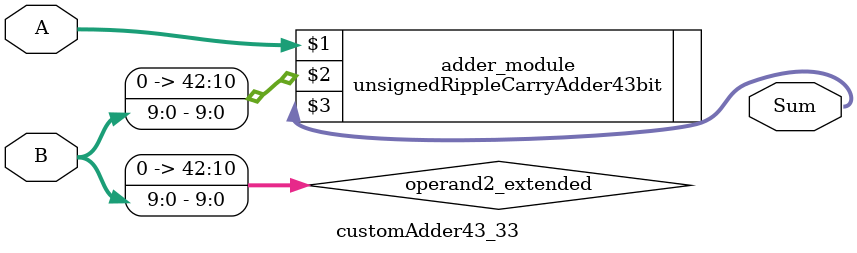
<source format=v>
module customAdder43_33(
                        input [42 : 0] A,
                        input [9 : 0] B,
                        
                        output [43 : 0] Sum
                );

        wire [42 : 0] operand2_extended;
        
        assign operand2_extended =  {33'b0, B};
        
        unsignedRippleCarryAdder43bit adder_module(
            A,
            operand2_extended,
            Sum
        );
        
        endmodule
        
</source>
